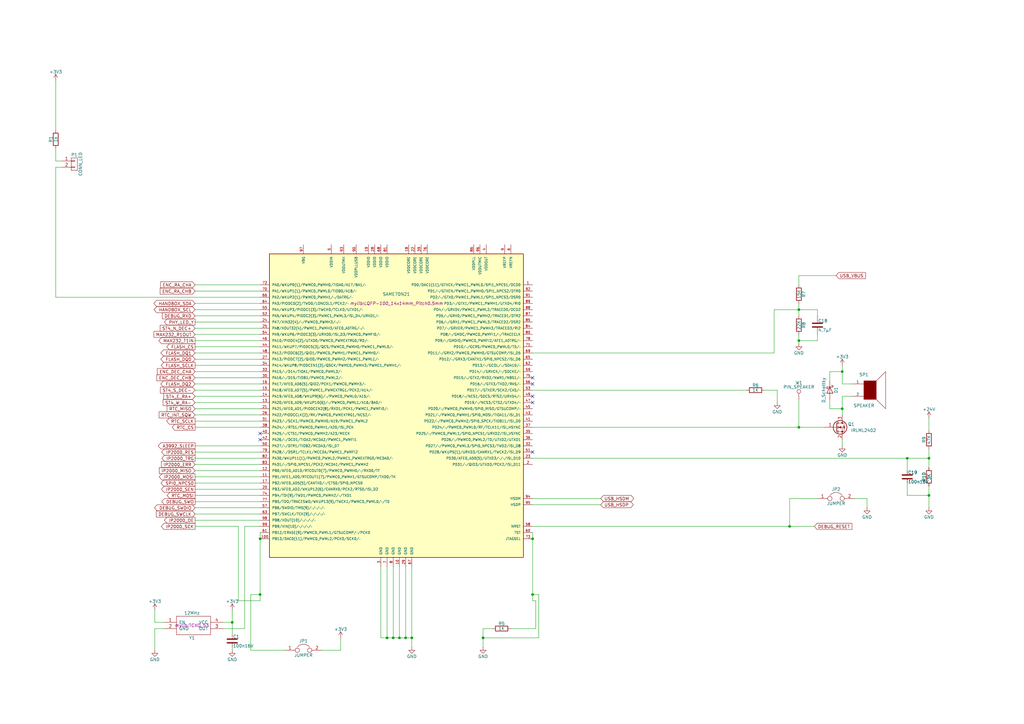
<source format=kicad_sch>
(kicad_sch (version 20231120) (generator "eeschema") (generator_version "8.0")
  (paper "A3")
  (lib_symbols
    (symbol "ATSAME70:+3.3V" (power) (pin_numbers hide) (pin_names (offset 0) hide)
      (property "Value" "+3.3V" (at 0 3.556 0))
      (symbol "+3.3V_0_1"
        (polyline (pts (xy -0.762 1.27) (xy 0 2.54)))
        (polyline (pts (xy 0 0) (xy 0 2.54)))
        (polyline (pts (xy 0 2.54) (xy 0.762 1.27)))
      )
      (symbol "+3.3V_1_1"
        (pin power_in line (at 0 0 90) (length 0) (name "~") (number "1"))
      )
    )
    (symbol "ATSAME70:C" (pin_numbers hide) (pin_names (offset 0.254))
      (property "Reference" "C" (at 0.635 2.54 0))
      (property "Value" "C" (at 0.635 -2.54 0))
      (symbol "C_0_1"
        (polyline (pts (xy -2.032 -0.762) (xy 2.032 -0.762)) (stroke (width 0.508)))
        (polyline (pts (xy -2.032 0.762) (xy 2.032 0.762)) (stroke (width 0.508)))
      )
      (symbol "C_1_1"
        (pin passive line (at 0 3.81 270) (length 2.794) (name "~") (number "1"))
        (pin passive line (at 0 -3.81 90) (length 2.794) (name "~") (number "2"))
      )
    )
    (symbol "ATSAME70:C_100n_16V_0402" (pin_numbers hide) (pin_names (offset 0.254))
      (property "Reference" "C" (at 0.635 2.54 0))
      (property "Value" "100n16V" (at 0.635 -2.54 0))
      (symbol "C_100n_16V_0402_0_1"
        (polyline (pts (xy -2.032 -0.762) (xy 2.032 -0.762)) (stroke (width 0.508)))
        (polyline (pts (xy -2.032 0.762) (xy 2.032 0.762)) (stroke (width 0.508)))
      )
      (symbol "C_100n_16V_0402_1_1"
        (pin passive line (at 0 2.54 270) (length 1.651) (name "~") (number "1"))
        (pin passive line (at 0 -2.54 90) (length 1.651) (name "~") (number "2"))
      )
    )
    (symbol "ATSAME70:GND" (power) (pin_numbers hide) (pin_names (offset 0) hide)
      (property "Value" "GND" (at 0 -3.81 0))
      (symbol "GND_0_1"
        (polyline (pts (xy 0 0) (xy 0 -1.27) (xy 1.27 -1.27) (xy 0 -2.54) (xy -1.27 -1.27) (xy 0 -1.27)))
      )
      (symbol "GND_1_1"
        (pin power_in line (at 0 0 270) (length 0) (name "~") (number "1"))
      )
    )
    (symbol "ATSAME70:JUMPER" (pin_names (offset 0.762) hide)
      (property "Reference" "JP" (at 0 3.81 0))
      (property "Value" "JUMPER" (at 0 -2.032 0))
      (symbol "JUMPER_0_1"
        (circle (center -2.54 0) (radius 0.889))
        (arc (start 2.5146 1.27) (mid 0.0078 2.5097) (end -2.4892 1.27))
        (circle (center 2.54 0) (radius 0.889))
        (pin passive line (at -7.62 0 0) (length 4.191) (name "1") (number "1"))
        (pin passive line (at 7.62 0 180) (length 4.191) (name "2") (number "2"))
      )
    )
    (symbol "ATSAME70:OSC_XO91" (pin_names (offset 1.016))
      (property "Reference" "Y" (at 0 -5.08 0))
      (property "Value" "OSC_XO91" (at 0 5.08 0))
      (symbol "OSC_XO91_0_1"
        (rectangle (start -6.35 3.81) (end 7.62 -3.81))
      )
      (symbol "OSC_XO91_1_1"
        (pin input line (at -11.43 1.27 0) (length 5.08) (name "EN") (number "1"))
        (pin power_in line (at -11.43 -1.27 0) (length 5.08) (name "GND") (number "2"))
        (pin input line (at 12.7 -1.27 180) (length 5.08) (name "OUT") (number "3"))
        (pin power_in line (at 12.7 1.27 180) (length 5.08) (name "VCC") (number "4"))
      )
    )
    (symbol "ATSAME70:TEST_1P" (pin_numbers hide) (pin_names (offset 0.762) hide)
      (property "Reference" "W" (at 0 6.858 0))
      (property "Value" "TEST_1P" (at 0 5.08 0))
      (symbol "TEST_1P_0_1"
        (circle (center 0 3.302) (radius 0.762))
      )
      (symbol "TEST_1P_1_1"
        (pin passive line (at 0 0 90) (length 2.54) (name "1") (number "1"))
      )
    )
    (symbol "R_1" (pin_numbers hide) (pin_names (offset 0))
      (property "Reference" "R" (at 2.032 0 90))
      (property "Value" "100k" (at 0 0 90))
      (symbol "R_1_0_1"
        (rectangle (start -1.016 -2.54) (end 1.016 2.54) (stroke (width 0.254)))
      )
      (symbol "R_1_1_1"
        (pin passive line (at 0 3.81 270) (length 1.27) (name "~") (number "1"))
        (pin passive line (at 0 -3.81 90) (length 1.27) (name "~") (number "2"))
      )
    )
    (symbol "R_2" (pin_numbers hide) (pin_names (offset 0))
      (property "Reference" "R" (at 2.032 0 90))
      (property "Value" "100k" (at 0 0 90))
      (symbol "R_2_0_1"
        (rectangle (start -1.016 -2.54) (end 1.016 2.54) (stroke (width 0.254)))
      )
      (symbol "R_2_1_1"
        (pin passive line (at 0 3.81 270) (length 1.27) (name "~") (number "1"))
        (pin passive line (at 0 -3.81 90) (length 1.27) (name "~") (number "2"))
      )
    )
    (symbol "R_4" (pin_numbers hide) (pin_names (offset 0))
      (property "Reference" "R" (at 2.032 0 90))
      (property "Value" "100k" (at 0 0 90))
      (symbol "R_4_0_1"
        (rectangle (start -1.016 -2.54) (end 1.016 2.54) (stroke (width 0.254)))
      )
      (symbol "R_4_1_1"
        (pin passive line (at 0 3.81 270) (length 1.27) (name "~") (number "1"))
        (pin passive line (at 0 -3.81 90) (length 1.27) (name "~") (number "2"))
      )
    )
    (symbol "R_5" (pin_numbers hide) (pin_names (offset 0))
      (property "Reference" "R" (at 2.032 0 90))
      (property "Value" "100k" (at 0 0 90))
      (symbol "R_5_0_1"
        (rectangle (start -1.016 -2.54) (end 1.016 2.54) (stroke (width 0.254)))
      )
      (symbol "R_5_1_1"
        (pin passive line (at 0 3.81 270) (length 1.27) (name "~") (number "1"))
        (pin passive line (at 0 -3.81 90) (length 1.27) (name "~") (number "2"))
      )
    )
    (symbol "R_6" (pin_numbers hide) (pin_names (offset 0))
      (property "Reference" "R" (at 2.032 0 90))
      (property "Value" "100k" (at 0 0 90))
      (symbol "R_6_0_1"
        (rectangle (start -1.016 -2.54) (end 1.016 2.54) (stroke (width 0.254)))
      )
      (symbol "R_6_1_1"
        (pin passive line (at 0 3.81 270) (length 1.27) (name "~") (number "1"))
        (pin passive line (at 0 -3.81 90) (length 1.27) (name "~") (number "2"))
      )
    )
    (symbol "R_7" (pin_numbers hide) (pin_names (offset 0))
      (property "Reference" "R" (at 2.032 0 90))
      (property "Value" "100k" (at 0 0 90))
      (symbol "R_7_0_1"
        (rectangle (start -1.016 -2.54) (end 1.016 2.54) (stroke (width 0.254)))
      )
      (symbol "R_7_1_1"
        (pin passive line (at 0 3.81 270) (length 1.27) (name "~") (number "1"))
        (pin passive line (at 0 -3.81 90) (length 1.27) (name "~") (number "2"))
      )
    )
    (symbol "R_9" (pin_numbers hide) (pin_names (offset 0))
      (property "Reference" "R" (at 2.032 0 90))
      (property "Value" "100k" (at 0 0 90))
      (symbol "R_9_0_1"
        (rectangle (start -1.016 -2.54) (end 1.016 2.54) (stroke (width 0.254)))
      )
      (symbol "R_9_1_1"
        (pin passive line (at 0 3.81 270) (length 1.27) (name "~") (number "1"))
        (pin passive line (at 0 -3.81 90) (length 1.27) (name "~") (number "2"))
      )
    )
    (symbol "TEST4-rescue:+24V" (power) (pin_names (offset 0))
      (property "Value" "+24V" (at 0 3.556 0))
      (symbol "+24V_0_1"
        (polyline (pts (xy -0.762 1.27) (xy 0 2.54)))
        (polyline (pts (xy 0 0) (xy 0 2.54)))
        (polyline (pts (xy 0 2.54) (xy 0.762 1.27)))
      )
      (symbol "+24V_1_1"
        (pin power_in line (at 0 0 90) (length 0) hide (name "+24V") (number "1"))
      )
    )
    (symbol "TEST4-rescue:CONN_01X02" (pin_names (offset 1.016) hide)
      (property "Reference" "P" (at 0 3.81 0))
      (property "Value" "CONN_01X02" (at 2.54 0 90))
      (symbol "CONN_01X02_0_1"
        (rectangle (start -1.27 -1.143) (end 0.254 -1.397))
        (rectangle (start -1.27 1.397) (end 0.254 1.143))
        (rectangle (start -1.27 2.54) (end 1.27 -2.54))
      )
      (symbol "CONN_01X02_1_1"
        (pin passive line (at -5.08 1.27 0) (length 3.81) (name "P1") (number "1"))
        (pin passive line (at -5.08 -1.27 0) (length 3.81) (name "P2") (number "2"))
      )
    )
    (symbol "TEST4-rescue:D_Schottky" (pin_numbers hide) (pin_names (offset 1.016) hide)
      (property "Reference" "D" (at 0 2.54 0))
      (property "Value" "D_Schottky" (at 0 -2.54 0))
      (symbol "D_Schottky_0_1"
        (polyline (pts (xy 1.27 0) (xy -1.27 0)))
        (polyline (pts (xy 1.27 1.27) (xy 1.27 -1.27) (xy -1.27 0) (xy 1.27 1.27)) (stroke (width 0.2032)))
        (polyline (pts (xy -1.905 0.635) (xy -1.905 1.27) (xy -1.27 1.27) (xy -1.27 -1.27) (xy -0.635 -1.27) (xy -0.635 -0.635)) (stroke (width 0.2032)))
      )
      (symbol "D_Schottky_1_1"
        (pin passive line (at -3.81 0 0) (length 2.54) (name "K") (number "1"))
        (pin passive line (at 3.81 0 180) (length 2.54) (name "A") (number "2"))
      )
    )
    (symbol "TEST4-rescue:Q_NMOS_GSD" (pin_names (offset 0) hide)
      (property "Reference" "Q" (at 5.08 1.27 0))
      (property "Value" "Q_NMOS_GSD" (at 5.08 -1.27 0))
      (symbol "Q_NMOS_GSD_0_1"
        (polyline (pts (xy 0.762 -1.778) (xy 2.54 -1.778)))
        (polyline (pts (xy 0.762 -1.27) (xy 0.762 -2.286)) (stroke (width 0.254)))
        (polyline (pts (xy 0.762 0) (xy 2.54 0)))
        (polyline (pts (xy 0.762 0.508) (xy 0.762 -0.508)) (stroke (width 0.254)))
        (polyline (pts (xy 0.762 1.778) (xy 2.54 1.778)))
        (polyline (pts (xy 0.762 2.286) (xy 0.762 1.27)) (stroke (width 0.254)))
        (polyline (pts (xy 2.54 -1.778) (xy 2.54 -2.54)))
        (polyline (pts (xy 2.54 -1.778) (xy 2.54 0)))
        (polyline (pts (xy 2.54 2.54) (xy 2.54 1.778)))
        (polyline (pts (xy 0.254 1.905) (xy 0.254 -1.905) (xy 0.254 -1.905)) (stroke (width 0.254)))
        (polyline (pts (xy 1.016 0) (xy 2.032 0.381) (xy 2.032 -0.381) (xy 1.016 0)) (fill (type outline)))
        (polyline (pts (xy 2.54 -1.778) (xy 3.302 -1.778) (xy 3.302 1.778) (xy 2.54 1.778)))
        (polyline (pts (xy 2.794 0.508) (xy 2.921 0.381) (xy 3.683 0.381) (xy 3.81 0.254)))
        (polyline (pts (xy 3.302 0.381) (xy 2.921 -0.254) (xy 3.683 -0.254) (xy 3.302 0.381)))
        (circle (center 1.651 0) (radius 2.8194) (stroke (width 0.254)))
        (circle (center 2.54 -1.778) (radius 0.2794) (fill (type outline)))
        (circle (center 2.54 1.778) (radius 0.2794) (fill (type outline)))
      )
      (symbol "Q_NMOS_GSD_1_1"
        (pin input line (at -5.08 0 0) (length 5.334) (name "G") (number "1"))
        (pin passive line (at 2.54 -5.08 90) (length 2.54) (name "S") (number "2"))
        (pin passive line (at 2.54 5.08 270) (length 2.54) (name "D") (number "3"))
      )
    )
    (symbol "TEST4-rescue:SAME70N21" (pin_names (offset 1.016))
      (property "Reference" "U" (at 0 69.85 0))
      (property "Value" "SAME70N21" (at -44.45 59.69 0))
      (property "Footprint" "LQFP100" (at -45.72 55.88 0))
      (symbol "SAME70N21_0_1"
        (rectangle (start -52.07 62.23) (end 52.07 -62.23) (stroke (width 0.254)) (fill (type background)))
      )
      (symbol "SAME70N21_1_1"
        (pin bidirectional line (at 55.88 49.53 180) (length 3.81) (name "PD0/DAC1(11)/GTXCK/PWMC1_PWML0/SPI1_NPCS1/DCD0") (number "1"))
        (pin power_in line (at 1.27 -66.04 90) (length 3.81) (name "GND") (number "10"))
        (pin bidirectional line (at -55.88 -54.61 0) (length 3.81) (name "PB13/DAC0(11)/PWMC0_PWML2/PCK0/SCK0/–") (number "100"))
        (pin bidirectional line (at -55.88 -29.21 0) (length 3.81) (name "PB1/AFE1_AD0/RTCOUT1(7)/PWMC0_PWMH1/GTSUCOMP/TXD0/TK") (number "11"))
        (pin bidirectional line (at -55.88 -26.67 0) (length 3.81) (name "PB0/AFE0_AD10/RTCOUT0(7)/PWMC0_PWMH0/–/RXD0/TF") (number "12"))
        (pin bidirectional line (at -55.88 1.27 0) (length 3.81) (name "PA20/AFE0_AD9/WKUP10(6)/–/PWMC0_PWML1/A16/BA0/–") (number "13"))
        (pin bidirectional line (at -55.88 3.81 0) (length 3.81) (name "PA19/AFE0_AD8/WKUP9(6)/–/PWMC0_PWML0/A15/–") (number "14"))
        (pin bidirectional line (at -55.88 6.35 0) (length 3.81) (name "PA18/AFE0_AD7(5)/PWMC1_PWMEXTRG1/PCK2/A14/–") (number "15"))
        (pin bidirectional line (at -55.88 8.89 0) (length 3.81) (name "PA17/AFE0_AD6(5)/QIO2/PCK1/PWMC0_PWMH3/–") (number "16"))
        (pin bidirectional line (at -55.88 -31.75 0) (length 3.81) (name "PB2/AFE0_AD5(5)/CANTX0/–/CTS0/SPI0_NPCS0") (number "17"))
        (pin power_in line (at 5.08 66.04 270) (length 3.81) (name "VDDCORE") (number "18"))
        (pin power_in line (at -11.43 66.04 270) (length 3.81) (name "VDDIO") (number "19"))
        (pin bidirectional line (at 55.88 -24.13 180) (length 3.81) (name "PD31/–/QIO3/UTXD3/PCK2/ISI_D11") (number "2"))
        (pin bidirectional line (at -55.88 -34.29 0) (length 3.81) (name "PB3/AFE0_AD2/WKUP12(6)/CANRX0/PCK2/RTS0/ISI_D2") (number "20"))
        (pin bidirectional line (at -55.88 -1.27 0) (length 3.81) (name "PA21/AFE0_AD1/PIODCEN2(8)/RXD1/PCK1/PWMC1_PWMFI0/–") (number "21"))
        (pin power_in line (at 7.62 66.04 270) (length 3.81) (name "VDDCORE") (number "22"))
        (pin bidirectional line (at 55.88 -21.59 180) (length 3.81) (name "PD30/AFE0_AD0(5)/UTXD3/–/–/ISI_D10") (number "23"))
        (pin bidirectional line (at -55.88 34.29 0) (length 3.81) (name "PA7/XIN32(4)/–/PWMC0_PWMH3/–/–") (number "24"))
        (pin bidirectional line (at -55.88 31.75 0) (length 3.81) (name "PA8/XOUT32(4)/PWMC1_PWMH3/AFE0_ADTRG/–/–") (number "25"))
        (pin bidirectional line (at -55.88 -3.81 0) (length 3.81) (name "PA22/PIODCCLK(2)/RK/PWMC0_PWMEXTRG1/NCS2/–") (number "26"))
        (pin bidirectional line (at -55.88 19.05 0) (length 3.81) (name "PA13/PIODC7(2)/QIO0/PWMC0_PWMH2/PWMC1_PWML1/–") (number "27"))
        (pin power_in line (at -8.89 66.04 270) (length 3.81) (name "VDDIO") (number "28"))
        (pin power_in line (at 3.81 -66.04 90) (length 3.81) (name "GND") (number "29"))
        (pin passive line (at -6.35 -66.04 90) (length 3.81) (name "GND") (number "3"))
        (pin bidirectional line (at -55.88 11.43 0) (length 3.81) (name "PA16/–/D15/TIOB1/PWMC0_PWML2/–") (number "30"))
        (pin bidirectional line (at -55.88 -6.35 0) (length 3.81) (name "PA23/–/SCK1/PWMC0_PWMH0/A19/PWMC1_PWML2") (number "31"))
        (pin bidirectional line (at 55.88 -16.51 180) (length 3.81) (name "PD27/–/PWMC0_PWML3/SPI0_NPCS3/TWD2/ISI_D8") (number "32"))
        (pin bidirectional line (at -55.88 13.97 0) (length 3.81) (name "PA15/–/D14/TIOA1/PWMC0_PWML3/–") (number "33"))
        (pin bidirectional line (at -55.88 16.51 0) (length 3.81) (name "PA14/WKUP8/PIODCEN1(3)/QSCK/PWMC0_PWMH3/PWMC1_PWMH1/–") (number "34"))
        (pin bidirectional line (at 55.88 -11.43 180) (length 3.81) (name "PD25/–/PWMC0_PWML1/SPI0_NPCS1/URXD2/ISI_VSYNC") (number "35"))
        (pin bidirectional line (at 55.88 -13.97 180) (length 3.81) (name "PD26/–/PWMC0_PWML2/TD/UTXD2/UTXD1") (number "36"))
        (pin bidirectional line (at 55.88 -8.89 180) (length 3.81) (name "PD24/–/PWMC0_PWML0/RF/TCLK11/ISI_HSYNC") (number "37"))
        (pin bidirectional line (at -55.88 -8.89 0) (length 3.81) (name "PA24/–/RTS1/PWMC0_PWMH1/A20/ISI_PCK") (number "38"))
        (pin power_in line (at 10.16 66.04 270) (length 3.81) (name "VDDCORE") (number "39"))
        (pin power_out line (at 36.83 66.04 270) (length 3.81) (name "VDDOUT") (number "4"))
        (pin bidirectional line (at -55.88 -11.43 0) (length 3.81) (name "PA25/–/CTS1/PWMC0_PWMH2/A23/MCCK") (number "40"))
        (pin bidirectional line (at 55.88 -6.35 180) (length 3.81) (name "PD22/–/PWMC0_PWMH2/SPI0_SPCK/TIOB11/ISI_D0") (number "41"))
        (pin bidirectional line (at -55.88 -13.97 0) (length 3.81) (name "PA26/–/DCD1/TIOA2/MCDA2/PWMC1_PWMFI1") (number "42"))
        (pin bidirectional line (at 55.88 -3.81 180) (length 3.81) (name "PD21/–/PWMC0_PWMH1/SPI0_MOSI/TIOA11/ISI_D1") (number "43"))
        (pin bidirectional line (at -55.88 24.13 0) (length 3.81) (name "PA11/WKUP7/PIODC5(3)/QCS/PWMC0_PWMH0/PWMC1_PWML0/–") (number "44"))
        (pin bidirectional line (at 55.88 -1.27 180) (length 3.81) (name "PD20/–/PWMC0_PWMH0/SPI0_MISO/GTSUCOMP/–") (number "45"))
        (pin bidirectional line (at -55.88 26.67 0) (length 3.81) (name "PA10/PIODC4(2)/UTXD0/PWMC0_PWMEXTRG0/RD/–") (number "46"))
        (pin bidirectional line (at 55.88 1.27 180) (length 3.81) (name "PD19/–/NCS3/CTS2/UTXD4/–") (number "47"))
        (pin bidirectional line (at -55.88 21.59 0) (length 3.81) (name "PA12/PIODC6(2)/QIO1/PWMC0_PWMH1/PWMC1_PWMH0/–") (number "48"))
        (pin bidirectional line (at 55.88 3.81 180) (length 3.81) (name "PD18/–/NCS1/SDCS/RTS2/URXD4/–") (number "49"))
        (pin power_in line (at -26.67 66.04 270) (length 3.81) (name "VDDIN") (number "5"))
        (pin bidirectional line (at -55.88 -16.51 0) (length 3.81) (name "PA27/–/DTR1/TIOB2/MCDA3/ISI_D7") (number "50"))
        (pin bidirectional line (at 55.88 -19.05 180) (length 3.81) (name "PD28/WKUP5(1)/URXD3/CANRX1/TWCK2/ISI_D9") (number "51"))
        (pin bidirectional line (at -55.88 36.83 0) (length 3.81) (name "PA5/WKUP4/PIODC2(3)/PWMC1_PWML3/ISI_D4/URXD1/–") (number "52"))
        (pin bidirectional line (at 55.88 6.35 180) (length 3.81) (name "PD17/–/GTXER/SCK2/CAS/–") (number "53"))
        (pin bidirectional line (at -55.88 29.21 0) (length 3.81) (name "PA9/WKUP6/PIODC3(3)/URXD0/ISI_D3/PWMC0_PWMFI0/–") (number "54"))
        (pin bidirectional line (at -55.88 39.37 0) (length 3.81) (name "PA4/WKUP3/PIODC1(3)/TWCK0/TCLK0/UTXD1/–") (number "55"))
        (pin bidirectional line (at 55.88 8.89 180) (length 3.81) (name "PD16/–/GTX3/TXD2/RAS/–") (number "56"))
        (pin bidirectional line (at -55.88 -41.91 0) (length 3.81) (name "PB6/SWDIO/TMS(9)/–/–/–/–") (number "57"))
        (pin power_in line (at 55.88 -49.53 180) (length 3.81) (name "NRST") (number "58"))
        (pin bidirectional line (at 55.88 13.97 180) (length 3.81) (name "PD14/–/GRXCK/–/SDCKE/–") (number "59"))
        (pin power_in line (at 46.99 66.04 270) (length 3.81) (name "VREFN") (number "6"))
        (pin power_in line (at 55.88 -52.07 180) (length 3.81) (name "TST") (number "60"))
        (pin bidirectional line (at -55.88 -52.07 0) (length 3.81) (name "PB12/ERASE(9)/PWMC0_PWML1/GTSUCOMP/–/PCK0") (number "61"))
        (pin bidirectional line (at 55.88 16.51 180) (length 3.81) (name "PD13/–/GCOL/–/SDA10/–") (number "62"))
        (pin bidirectional line (at -55.88 -44.45 0) (length 3.81) (name "PB7/SWCLK/TCK(9)/–/–/–/–") (number "63"))
        (pin bidirectional line (at -55.88 41.91 0) (length 3.81) (name "PA3/PIODC0(2)/TWD0/LONCOL1/PCK2/–") (number "64"))
        (pin bidirectional line (at 55.88 19.05 180) (length 3.81) (name "PD12/–/GRX3/CANTX1/SPI0_NPCS2/ISI_D6") (number "65"))
        (pin bidirectional line (at -55.88 44.45 0) (length 3.81) (name "PA2/WKUP2(1)/PWMC0_PWMH1/–/DATRG/–") (number "66"))
        (pin power_in line (at 6.35 -66.04 90) (length 3.81) (name "GND") (number "67"))
        (pin power_in line (at -6.35 66.04 270) (length 3.81) (name "VDDIO") (number "68"))
        (pin bidirectional line (at 55.88 21.59 180) (length 3.81) (name "PD11/–/GRX2/PWMC0_PWMH0/GTSUCOMP/ISI_D5") (number "69"))
        (pin passive line (at -3.81 -66.04 90) (length 3.81) (name "GND") (number "7"))
        (pin bidirectional line (at -55.88 46.99 0) (length 3.81) (name "PA1/WKUP1(1)/PWMC0_PWML0/TIOB0/A18/–") (number "70"))
        (pin bidirectional line (at 55.88 24.13 180) (length 3.81) (name "PD10/–/GCRS/PWMC0_PWML0/TD/–") (number "71"))
        (pin bidirectional line (at -55.88 49.53 0) (length 3.81) (name "PA0/WKUP0(1)/PWMC0_PWMH0/TIOA0/A17/BA1/–") (number "72"))
        (pin passive line (at 55.88 -54.61 180) (length 3.81) (name "JTAGSEL") (number "73"))
        (pin bidirectional line (at -55.88 -36.83 0) (length 3.81) (name "PB4/TDI(9)/TWD1/PWMC0_PWMH2/–/TXD1") (number "74"))
        (pin bidirectional line (at 55.88 11.43 180) (length 3.81) (name "PD15/–/GTX2/RXD2/NWR1/NBS1/–") (number "75"))
        (pin power_in line (at 12.7 66.04 270) (length 3.81) (name "VDDCORE") (number "76"))
        (pin bidirectional line (at -55.88 -39.37 0) (length 3.81) (name "PB5/TDO/TRACESWO/WKUP13(9)/TWCK1/PWMC0_PWML0/–/TD") (number "77"))
        (pin bidirectional line (at 55.88 26.67 180) (length 3.81) (name "PD9/–/GMDIO/PWMC0_PWMFI2/AFE1_ADTRG/–") (number "78"))
        (pin bidirectional line (at -55.88 -19.05 0) (length 3.81) (name "PA28/–/DSR1/TCLK1/MCCDA/PWMC1_PWMFI2") (number "79"))
        (pin power_in line (at -1.27 -66.04 90) (length 3.81) (name "GND") (number "8"))
        (pin bidirectional line (at 55.88 29.21 180) (length 3.81) (name "PD8/–/GMDC/PWMC0_PWMFI1/–/TRACECLK") (number "80"))
        (pin power_in line (at -3.81 66.04 270) (length 3.81) (name "VDDIO") (number "81"))
        (pin bidirectional line (at -55.88 -21.59 0) (length 3.81) (name "PA30/WKUP11(1)/PWMC0_PWML2/PWMC1_PWMEXTRG0/MCDA0/–") (number "82"))
        (pin bidirectional line (at -55.88 -24.13 0) (length 3.81) (name "PA31/–/SPI0_NPCS1/PCK2/MCDA1/PWMC1_PWMH2") (number "83"))
        (pin bidirectional line (at 55.88 31.75 180) (length 3.81) (name "PD7/–/GRXER/PWMC1_PWMH3/TRACED3/RI2") (number "84"))
        (pin bidirectional line (at 55.88 34.29 180) (length 3.81) (name "PD6/–/GRX1/PWMC1_PWML3/TRACED2/DSR2") (number "85"))
        (pin power_in line (at 31.75 66.04 270) (length 3.81) (name "VDDPLL") (number "86"))
        (pin bidirectional line (at 55.88 36.83 180) (length 3.81) (name "PD5/–/GRX0/PWMC1_PWMH2/TRACED1/DTR2") (number "87"))
        (pin bidirectional line (at 55.88 39.37 180) (length 3.81) (name "PD4/–/GRXDV/PWMC1_PWML2/TRACED0/DCD2") (number "88"))
        (pin bidirectional line (at 55.88 41.91 180) (length 3.81) (name "PD3/–/GTX1/PWMC1_PWMH1/UTXD4/RI0") (number "89"))
        (pin power_in line (at 44.45 66.04 270) (length 3.81) (name "VREFP") (number "9"))
        (pin power_in line (at -16.51 66.04 270) (length 3.81) (name "VDDPLLUSB") (number "90"))
        (pin bidirectional line (at 55.88 44.45 180) (length 3.81) (name "PD2/–/GTX0/PWMC1_PWML1/SPI1_NPCS3/DSR0") (number "91"))
        (pin bidirectional line (at 55.88 46.99 180) (length 3.81) (name "PD1/–/GTXEN/PWMC1_PWMH0/SPI1_NPCS2/DTR0") (number "92"))
        (pin passive line (at -21.59 66.04 270) (length 3.81) (name "VDDUTMII") (number "93"))
        (pin passive line (at 55.88 -38.1 180) (length 3.81) (name "HSDM") (number "94"))
        (pin passive line (at 55.88 -40.64 180) (length 3.81) (name "HSDP") (number "95"))
        (pin power_in line (at 34.29 66.04 270) (length 3.81) (name "VDDUTMIC") (number "96"))
        (pin power_out line (at -38.1 66.04 270) (length 3.81) (name "VBG") (number "97"))
        (pin bidirectional line (at -55.88 -46.99 0) (length 3.81) (name "PB8/XOUT(10)/–/–/–/–") (number "98"))
        (pin bidirectional line (at -55.88 -49.53 0) (length 3.81) (name "PB9/XIN(10)/–/–/–/–") (number "99"))
      )
    )
    (symbol "TEST4-rescue:SPEAKER" (pin_numbers hide) (pin_names (offset 0))
      (property "Reference" "SP" (at -2.54 6.35 0))
      (property "Value" "SPEAKER" (at -2.54 -6.35 0))
      (symbol "SPEAKER_0_0"
        (polyline (pts (xy 2.54 3.81) (xy 6.35 7.62) (xy 6.35 -7.62) (xy 2.54 -3.81)))
        (polyline (pts (xy -2.54 3.81) (xy 2.54 3.81) (xy 2.54 -3.81) (xy -2.54 -3.81) (xy -2.54 3.81)) (fill (type outline)))
      )
      (symbol "SPEAKER_1_1"
        (pin input line (at -7.62 2.54 0) (length 5.08) (name "1") (number "1"))
        (pin input line (at -7.62 -2.54 0) (length 5.08) (name "2") (number "2"))
      )
    )
  )
  (junction (at 327.66 175.26))
  (junction (at 168.91 261.62))
  (junction (at 106.68 243.84))
  (junction (at 327.66 139.7))
  (junction (at 323.85 215.9))
  (junction (at 345.44 167.64))
  (junction (at 381 203.2))
  (junction (at 327.66 127))
  (junction (at 161.29 261.62))
  (junction (at 372.11 187.96))
  (junction (at 166.37 261.62))
  (junction (at 345.44 152.4))
  (junction (at 218.44 220.98))
  (junction (at 95.25 255.27))
  (junction (at 381 187.96))
  (junction (at 158.75 261.62))
  (junction (at 106.68 220.98))
  (junction (at 218.44 243.84))
  (junction (at 163.83 261.62))
  (junction (at 198.12 261.62))
  (no_connect (at 218.44 185.42))
  (no_connect (at 106.68 177.8))
  (no_connect (at 218.44 165.1))
  (no_connect (at 106.68 180.34))
  (no_connect (at 218.44 162.56))
  (no_connect (at 218.44 157.48))
  (no_connect (at 218.44 154.94))
  (wire (pts (xy 372.11 198.12) (xy 372.11 203.2)))
  (wire (pts (xy 67.31 257.81) (xy 63.5 257.81)))
  (wire (pts (xy 102.87 266.7) (xy 116.84 266.7)))
  (wire (pts (xy 100.33 215.9) (xy 106.68 215.9)))
  (wire (pts (xy 335.28 204.47) (xy 323.85 204.47)))
  (wire (pts (xy 335.28 137.16) (xy 335.28 139.7)))
  (wire (pts (xy 323.85 204.47) (xy 323.85 215.9)))
  (wire (pts (xy 219.71 257.81) (xy 209.55 257.81)))
  (wire (pts (xy 91.44 257.81) (xy 100.33 257.81)))
  (wire (pts (xy 381 171.45) (xy 381 176.53)))
  (wire (pts (xy 218.44 160.02) (xy 306.07 160.02)))
  (wire (pts (xy 63.5 255.27) (xy 67.31 255.27)))
  (wire (pts (xy 327.66 139.7) (xy 335.28 139.7)))
  (wire (pts (xy 163.83 261.62) (xy 166.37 261.62)))
  (wire (pts (xy 161.29 261.62) (xy 163.83 261.62)))
  (wire (pts (xy 345.44 152.4) (xy 345.44 157.48)))
  (wire (pts (xy 22.86 60.96) (xy 22.86 66.04)))
  (wire (pts (xy 106.68 137.16) (xy 80.01 137.16)))
  (wire (pts (xy 166.37 232.41) (xy 166.37 261.62)))
  (wire (pts (xy 198.12 257.81) (xy 201.93 257.81)))
  (wire (pts (xy 95.25 255.27) (xy 95.25 260.35)))
  (wire (pts (xy 106.68 154.94) (xy 80.01 154.94)))
  (wire (pts (xy 161.29 232.41) (xy 161.29 261.62)))
  (wire (pts (xy 80.01 198.12) (xy 106.68 198.12)))
  (wire (pts (xy 163.83 232.41) (xy 163.83 261.62)))
  (wire (pts (xy 345.44 162.56) (xy 345.44 167.64)))
  (wire (pts (xy 166.37 261.62) (xy 168.91 261.62)))
  (wire (pts (xy 313.69 160.02) (xy 318.77 160.02)))
  (wire (pts (xy 156.21 261.62) (xy 158.75 261.62)))
  (wire (pts (xy 340.36 163.83) (xy 340.36 167.64)))
  (wire (pts (xy 97.79 246.38) (xy 106.68 246.38)))
  (wire (pts (xy 80.01 152.4) (xy 106.68 152.4)))
  (wire (pts (xy 80.01 182.88) (xy 106.68 182.88)))
  (wire (pts (xy 168.91 232.41) (xy 168.91 261.62)))
  (wire (pts (xy 350.52 204.47) (xy 355.6 204.47)))
  (wire (pts (xy 327.66 127) (xy 335.28 127)))
  (wire (pts (xy 327.66 124.46) (xy 327.66 127)))
  (wire (pts (xy 345.44 149.86) (xy 345.44 152.4)))
  (wire (pts (xy 106.68 127) (xy 80.01 127)))
  (wire (pts (xy 80.01 170.18) (xy 106.68 170.18)))
  (wire (pts (xy 102.87 243.84) (xy 102.87 266.7)))
  (wire (pts (xy 327.66 137.16) (xy 327.66 139.7)))
  (wire (pts (xy 100.33 257.81) (xy 100.33 215.9)))
  (wire (pts (xy 327.66 139.7) (xy 327.66 140.97)))
  (wire (pts (xy 80.01 210.82) (xy 106.68 210.82)))
  (wire (pts (xy 106.68 157.48) (xy 80.01 157.48)))
  (wire (pts (xy 218.44 204.47) (xy 246.38 204.47)))
  (wire (pts (xy 340.36 152.4) (xy 345.44 152.4)))
  (wire (pts (xy 106.68 187.96) (xy 80.01 187.96)))
  (wire (pts (xy 327.66 127) (xy 327.66 129.54)))
  (wire (pts (xy 218.44 187.96) (xy 372.11 187.96)))
  (wire (pts (xy 22.86 66.04) (xy 25.4 66.04)))
  (wire (pts (xy 97.79 215.9) (xy 97.79 246.38)))
  (wire (pts (xy 106.68 243.84) (xy 106.68 220.98)))
  (wire (pts (xy 340.36 156.21) (xy 340.36 152.4)))
  (wire (pts (xy 80.01 172.72) (xy 106.68 172.72)))
  (wire (pts (xy 106.68 193.04) (xy 80.01 193.04)))
  (wire (pts (xy 95.25 266.7) (xy 95.25 265.43)))
  (wire (pts (xy 349.25 162.56) (xy 345.44 162.56)))
  (wire (pts (xy 342.9 113.03) (xy 327.66 113.03)))
  (wire (pts (xy 381 184.15) (xy 381 187.96)))
  (wire (pts (xy 106.68 243.84) (xy 102.87 243.84)))
  (wire (pts (xy 63.5 250.19) (xy 63.5 255.27)))
  (wire (pts (xy 106.68 200.66) (xy 80.01 200.66)))
  (wire (pts (xy 80.01 162.56) (xy 106.68 162.56)))
  (wire (pts (xy 80.01 139.7) (xy 106.68 139.7)))
  (wire (pts (xy 80.01 205.74) (xy 106.68 205.74)))
  (wire (pts (xy 327.66 163.83) (xy 327.66 175.26)))
  (wire (pts (xy 80.01 203.2) (xy 106.68 203.2)))
  (wire (pts (xy 80.01 215.9) (xy 97.79 215.9)))
  (wire (pts (xy 372.11 203.2) (xy 381 203.2)))
  (wire (pts (xy 327.66 113.03) (xy 327.66 116.84)))
  (wire (pts (xy 106.68 147.32) (xy 80.01 147.32)))
  (wire (pts (xy 340.36 167.64) (xy 345.44 167.64)))
  (wire (pts (xy 345.44 157.48) (xy 349.25 157.48)))
  (wire (pts (xy 106.68 167.64) (xy 80.01 167.64)))
  (wire (pts (xy 323.85 215.9) (xy 334.01 215.9)))
  (wire (pts (xy 345.44 180.34) (xy 345.44 182.88)))
  (wire (pts (xy 218.44 246.38) (xy 219.71 246.38)))
  (wire (pts (xy 106.68 208.28) (xy 80.01 208.28)))
  (wire (pts (xy 318.77 160.02) (xy 318.77 165.1)))
  (wire (pts (xy 218.44 220.98) (xy 218.44 218.44)))
  (wire (pts (xy 327.66 175.26) (xy 337.82 175.26)))
  (wire (pts (xy 63.5 257.81) (xy 63.5 266.7)))
  (wire (pts (xy 218.44 175.26) (xy 327.66 175.26)))
  (wire (pts (xy 317.5 127) (xy 327.66 127)))
  (wire (pts (xy 106.68 144.78) (xy 80.01 144.78)))
  (wire (pts (xy 218.44 243.84) (xy 220.98 243.84)))
  (wire (pts (xy 106.68 132.08) (xy 80.01 132.08)))
  (wire (pts (xy 335.28 127) (xy 335.28 129.54)))
  (wire (pts (xy 106.68 246.38) (xy 106.68 243.84)))
  (wire (pts (xy 80.01 116.84) (xy 106.68 116.84)))
  (wire (pts (xy 106.68 149.86) (xy 80.01 149.86)))
  (wire (pts (xy 106.68 220.98) (xy 106.68 218.44)))
  (wire (pts (xy 218.44 246.38) (xy 218.44 243.84)))
  (wire (pts (xy 25.4 68.58) (xy 22.86 68.58)))
  (wire (pts (xy 381 199.39) (xy 381 203.2)))
  (wire (pts (xy 22.86 121.92) (xy 106.68 121.92)))
  (wire (pts (xy 317.5 127) (xy 317.5 144.78)))
  (wire (pts (xy 156.21 232.41) (xy 156.21 261.62)))
  (wire (pts (xy 168.91 261.62) (xy 168.91 265.43)))
  (wire (pts (xy 80.01 175.26) (xy 106.68 175.26)))
  (wire (pts (xy 219.71 246.38) (xy 219.71 257.81)))
  (wire (pts (xy 80.01 190.5) (xy 106.68 190.5)))
  (wire (pts (xy 139.7 266.7) (xy 139.7 261.62)))
  (wire (pts (xy 381 187.96) (xy 381 191.77)))
  (wire (pts (xy 218.44 243.84) (xy 218.44 220.98)))
  (wire (pts (xy 220.98 261.62) (xy 198.12 261.62)))
  (wire (pts (xy 246.38 207.01) (xy 218.44 207.01)))
  (wire (pts (xy 381 203.2) (xy 381 208.28)))
  (wire (pts (xy 80.01 142.24) (xy 106.68 142.24)))
  (wire (pts (xy 106.68 119.38) (xy 80.01 119.38)))
  (wire (pts (xy 106.68 185.42) (xy 80.01 185.42)))
  (wire (pts (xy 132.08 266.7) (xy 139.7 266.7)))
  (wire (pts (xy 198.12 257.81) (xy 198.12 261.62)))
  (wire (pts (xy 158.75 232.41) (xy 158.75 261.62)))
  (wire (pts (xy 22.86 33.02) (xy 22.86 53.34)))
  (wire (pts (xy 80.01 129.54) (xy 106.68 129.54)))
  (wire (pts (xy 80.01 134.62) (xy 106.68 134.62)))
  (wire (pts (xy 198.12 261.62) (xy 198.12 265.43)))
  (wire (pts (xy 372.11 187.96) (xy 372.11 193.04)))
  (wire (pts (xy 158.75 261.62) (xy 161.29 261.62)))
  (wire (pts (xy 372.11 187.96) (xy 381 187.96)))
  (wire (pts (xy 345.44 167.64) (xy 345.44 170.18)))
  (wire (pts (xy 80.01 213.36) (xy 106.68 213.36)))
  (wire (pts (xy 95.25 255.27) (xy 91.44 255.27)))
  (wire (pts (xy 218.44 215.9) (xy 323.85 215.9)))
  (wire (pts (xy 106.68 160.02) (xy 80.01 160.02)))
  (wire (pts (xy 95.25 250.19) (xy 95.25 255.27)))
  (wire (pts (xy 220.98 243.84) (xy 220.98 261.62)))
  (wire (pts (xy 355.6 204.47) (xy 355.6 208.28)))
  (wire (pts (xy 80.01 124.46) (xy 106.68 124.46)))
  (wire (pts (xy 106.68 165.1) (xy 80.01 165.1)))
  (wire (pts (xy 106.68 195.58) (xy 80.01 195.58)))
  (wire (pts (xy 22.86 68.58) (xy 22.86 121.92)))
  (wire (pts (xy 317.5 144.78) (xy 218.44 144.78)))
  (global_label "IP2000_MISO" (shape input) (at 80.01 193.04 180) (property "Intersheetrefs" "${INTERSHEET_REFS}" (effects (hide yes))))
  (global_label "MAX232_T1IN" (shape output) (at 80.01 139.7 180) (property "Intersheetrefs" "${INTERSHEET_REFS}" (effects (hide yes))))
  (global_label "MAX232_R1OUT" (shape input) (at 80.01 137.16 180) (property "Intersheetrefs" "${INTERSHEET_REFS}" (effects (hide yes))))
  (global_label "SPI0_NPCS0" (shape output) (at 80.01 198.12 180) (property "Intersheetrefs" "${INTERSHEET_REFS}" (effects (hide yes))))
  (global_label "HANDBOX_SCL" (shape bidirectional) (at 80.01 127 180) (property "Intersheetrefs" "${INTERSHEET_REFS}" (effects (hide yes))))
  (global_label "ENC_RA_CHB" (shape input) (at 80.01 119.38 180) (property "Intersheetrefs" "${INTERSHEET_REFS}" (effects (hide yes))))
  (global_label "FLASH_DQ1" (shape bidirectional) (at 80.01 144.78 180) (property "Intersheetrefs" "${INTERSHEET_REFS}" (effects (hide yes))))
  (global_label "FLASH_CS" (shape output) (at 80.01 142.24 180) (property "Intersheetrefs" "${INTERSHEET_REFS}" (effects (hide yes))))
  (global_label "DEBUG_RXD" (shape input) (at 80.01 129.54 180) (property "Intersheetrefs" "${INTERSHEET_REFS}" (effects (hide yes))))
  (global_label "IP2000_SCK" (shape output) (at 80.01 215.9 180) (property "Intersheetrefs" "${INTERSHEET_REFS}" (effects (hide yes))))
  (global_label "DEBUG_SWCLK" (shape input) (at 80.01 210.82 180) (property "Intersheetrefs" "${INTERSHEET_REFS}" (effects (hide yes))))
  (global_label "DEBUG_SWDIO" (shape bidirectional) (at 80.01 208.28 180) (property "Intersheetrefs" "${INTERSHEET_REFS}" (effects (hide yes))))
  (global_label "PHY_LED_Y" (shape output) (at 80.01 132.08 180) (property "Intersheetrefs" "${INTERSHEET_REFS}" (effects (hide yes))))
  (global_label "IP2000_ERR" (shape input) (at 80.01 190.5 180) (property "Intersheetrefs" "${INTERSHEET_REFS}" (effects (hide yes))))
  (global_label "ST4_E_RA+" (shape input) (at 80.01 162.56 180) (property "Intersheetrefs" "${INTERSHEET_REFS}" (effects (hide yes))))
  (global_label "RTC_INT_SQW" (shape input) (at 80.01 170.18 180) (property "Intersheetrefs" "${INTERSHEET_REFS}" (effects (hide yes))))
  (global_label "IP2000_SEN" (shape output) (at 80.01 200.66 180) (property "Intersheetrefs" "${INTERSHEET_REFS}" (effects (hide yes))))
  (global_label "RTC_CS" (shape output) (at 80.01 175.26 180) (property "Intersheetrefs" "${INTERSHEET_REFS}" (effects (hide yes))))
  (global_label "ST4_W_RA-" (shape input) (at 80.01 165.1 180) (property "Intersheetrefs" "${INTERSHEET_REFS}" (effects (hide yes))))
  (global_label "FLASH_DQ0" (shape bidirectional) (at 80.01 147.32 180) (property "Intersheetrefs" "${INTERSHEET_REFS}" (effects (hide yes))))
  (global_label "IP2000_MOSI" (shape output) (at 80.01 195.58 180) (property "Intersheetrefs" "${INTERSHEET_REFS}" (effects (hide yes))))
  (global_label "IP2000_TRG" (shape output) (at 80.01 187.96 180) (property "Intersheetrefs" "${INTERSHEET_REFS}" (effects (hide yes))))
  (global_label "FLASH_SCLK" (shape output) (at 80.01 149.86 180) (property "Intersheetrefs" "${INTERSHEET_REFS}" (effects (hide yes))))
  (global_label "USB_HSDP" (shape bidirectional) (at 246.38 207.01 0) (property "Intersheetrefs" "${INTERSHEET_REFS}" (effects (hide yes))))
  (global_label "IP2000_OE" (shape output) (at 80.01 213.36 180) (property "Intersheetrefs" "${INTERSHEET_REFS}" (effects (hide yes))))
  (global_label "USB_VBUS" (shape input) (at 342.9 113.03 0) (property "Intersheetrefs" "${INTERSHEET_REFS}" (effects (hide yes))))
  (global_label "ENC_RA_CHA" (shape input) (at 80.01 116.84 180) (property "Intersheetrefs" "${INTERSHEET_REFS}" (effects (hide yes))))
  (global_label "USB_HSDM" (shape bidirectional) (at 246.38 204.47 0) (property "Intersheetrefs" "${INTERSHEET_REFS}" (effects (hide yes))))
  (global_label "RTC_MISO" (shape input) (at 80.01 167.64 180) (property "Intersheetrefs" "${INTERSHEET_REFS}" (effects (hide yes))))
  (global_label "ST4_N_DEC+" (shape input) (at 80.01 134.62 180) (property "Intersheetrefs" "${INTERSHEET_REFS}" (effects (hide yes))))
  (global_label "DEBUG_SWO" (shape output) (at 80.01 205.74 180) (property "Intersheetrefs" "${INTERSHEET_REFS}" (effects (hide yes))))
  (global_label "ST4_S_DEC-" (shape input) (at 80.01 160.02 180) (property "Intersheetrefs" "${INTERSHEET_REFS}" (effects (hide yes))))
  (global_label "ENC_DEC_CHB" (shape input) (at 80.01 154.94 180) (property "Intersheetrefs" "${INTERSHEET_REFS}" (effects (hide yes))))
  (global_label "HANDBOX_SDA" (shape bidirectional) (at 80.01 124.46 180) (property "Intersheetrefs" "${INTERSHEET_REFS}" (effects (hide yes))))
  (global_label "RTC_SCLK" (shape output) (at 80.01 172.72 180) (property "Intersheetrefs" "${INTERSHEET_REFS}" (effects (hide yes))))
  (global_label "ENC_DEC_CHA" (shape input) (at 80.01 152.4 180) (property "Intersheetrefs" "${INTERSHEET_REFS}" (effects (hide yes))))
  (global_label "FLASH_DQ2" (shape bidirectional) (at 80.01 157.48 180) (property "Intersheetrefs" "${INTERSHEET_REFS}" (effects (hide yes))))
  (global_label "RTC_MOSI" (shape output) (at 80.01 203.2 180) (property "Intersheetrefs" "${INTERSHEET_REFS}" (effects (hide yes))))
  (global_label "DEBUG_RESET" (shape input) (at 334.01 215.9 0) (property "Intersheetrefs" "${INTERSHEET_REFS}" (effects (hide yes))))
  (global_label "A3992_SLEEP" (shape output) (at 80.01 182.88 180) (property "Intersheetrefs" "${INTERSHEET_REFS}" (effects (hide yes))))
  (global_label "IP2000_RES" (shape output) (at 80.01 185.42 180) (property "Intersheetrefs" "${INTERSHEET_REFS}" (effects (hide yes))))
  (symbol (lib_id "TEST4-rescue:SAME70N21") (at 162.56 166.37 0) (unit 1)
    (property "Reference" "U1" (effects (hide yes)))
    (property "Value" "SAME70N21" (at 162.56 120.65 0))
    (property "Footprint" "mylib:LQFP-100_14x14mm_Pitch0.5mm" (at 162.56 124.46 0) (effects (font (italic yes))))
  )
  (symbol (lib_id "ATSAME70:GND") (at 168.91 265.43 0) (unit 1)
    (property "Reference" "#PWR?" (effects (hide yes)))
    (property "Value" "GND" (at 168.91 269.24 0))
    (property "Description" "Power symbol creates a global label with name \"GND\" , ground" (effects (hide yes)))
  )
  (symbol (lib_id "ATSAME70:GND") (at 63.5 266.7 0) (unit 1)
    (property "Reference" "#PWR?" (effects (hide yes)))
    (property "Value" "GND" (at 63.5 270.51 0))
    (property "Description" "Power symbol creates a global label with name \"GND\" , ground" (effects (hide yes)))
  )
  (symbol (lib_id "ATSAME70:OSC_XO91") (at 78.74 256.54 0) (unit 1)
    (property "Reference" "Y1" (at 78.74 261.62 0))
    (property "Value" "12MHz" (at 78.74 251.46 0))
    (property "Footprint" "mylib:TCXO_53" (at 78.74 256.54 0))
  )
  (symbol (lib_id "ATSAME70:+3.3V") (at 63.5 250.19 0) (unit 1)
    (property "Reference" "#PWR?" (effects (hide yes)))
    (property "Value" "+3V3" (at 63.5 246.634 0))
    (property "Description" "Power symbol creates a global label with name \"+3.3V\"" (effects (hide yes)))
  )
  (symbol (lib_id "TEST4-rescue:Q_NMOS_GSD") (at 342.9 175.26 0) (unit 1)
    (property "Reference" "Q1" (at 350.52 173.99 0) (effects (justify right)))
    (property "Value" "IRLML2402" (at 359.41 176.53 0) (effects (justify right)))
    (property "Footprint" "mylib:SOT-23" (effects (hide yes)))
  )
  (symbol (lib_id "ATSAME70:GND") (at 345.44 182.88 0) (unit 1)
    (property "Reference" "#PWR?" (effects (hide yes)))
    (property "Value" "GND" (at 345.44 186.69 0))
    (property "Description" "Power symbol creates a global label with name \"GND\" , ground" (effects (hide yes)))
  )
  (symbol (lib_id "ATSAME70:+3.3V") (at 345.44 149.86 0) (unit 1)
    (property "Reference" "#PWR?" (effects (hide yes)))
    (property "Value" "+3V3" (at 345.44 146.304 0))
    (property "Description" "Power symbol creates a global label with name \"+3.3V\"" (effects (hide yes)))
  )
  (symbol (lib_id "TEST4-rescue:SPEAKER") (at 356.87 160.02 0) (unit 1)
    (property "Reference" "SP1" (at 354.33 153.67 0))
    (property "Value" "SPEAKER" (at 354.33 166.37 0))
    (property "Footprint" "mylib:DIGISOUND" (effects (hide yes)))
  )
  (symbol (lib_id "TEST4-rescue:D_Schottky") (at 340.36 160.02 270) (unit 1)
    (property "Reference" "D1" (at 342.9 160.02 0))
    (property "Value" "D_Schottky" (at 337.82 160.02 0))
    (property "Footprint" "mylib:SMA_Handsoldering" (effects (hide yes)))
  )
  (symbol (lib_id "ATSAME70:TEST_1P") (at 327.66 163.83 0) (unit 1)
    (property "Reference" "W1" (at 327.66 156.972 0))
    (property "Value" "PIN_SPEAKER" (at 327.66 158.75 0))
    (property "Footprint" "mylib:TestPad_09mmDrill" (effects (hide yes)))
  )
  (symbol (lib_name "R_1") (lib_id "ATSAME70:R") (at 381 180.34 180) (unit 1)
    (property "Reference" "R9" (at 378.968 180.34 90))
    (property "Value" "47K" (at 381 180.34 90))
    (property "Footprint" "mylib:R_1206" (effects (hide yes)))
    (property "Description" "Resistor" (effects (hide yes)))
  )
  (symbol (lib_name "R_2") (lib_id "ATSAME70:R") (at 381 195.58 180) (unit 1)
    (property "Reference" "R10" (at 378.968 195.58 90))
    (property "Value" "3K" (at 381 195.58 90))
    (property "Footprint" "mylib:R_1206" (effects (hide yes)))
    (property "Description" "Resistor" (effects (hide yes)))
  )
  (symbol (lib_id "TEST4-rescue:+24V") (at 381 171.45 0) (unit 1)
    (property "Reference" "#PWR?" (effects (hide yes)))
    (property "Value" "+24V" (at 381 167.894 0))
  )
  (symbol (lib_id "ATSAME70:GND") (at 381 208.28 0) (unit 1)
    (property "Reference" "#PWR?" (effects (hide yes)))
    (property "Value" "GND" (at 381 212.09 0))
    (property "Description" "Power symbol creates a global label with name \"GND\" , ground" (effects (hide yes)))
  )
  (symbol (lib_id "ATSAME70:C_100n_16V_0402") (at 372.11 195.58 0) (unit 1)
    (property "Reference" "C19" (at 372.364 193.802 0) (effects (justify left)))
    (property "Value" "100n16V" (at 372.364 197.612 0) (effects (justify left)))
    (property "Footprint" "ATSAME70:C_0402" (effects (hide yes)))
    (property "Description" "Unpolarized capacitor" (effects (hide yes)))
    (property "LCSC" "C1525" (effects (hide yes)))
  )
  (symbol (lib_id "ATSAME70:JUMPER") (at 124.46 266.7 0) (unit 1)
    (property "Reference" "JP1" (at 124.46 262.89 0))
    (property "Value" "JUMPER" (at 124.46 268.732 0))
    (property "Footprint" "mylib:Pin_Header_Straight_1x02" (effects (hide yes)))
  )
  (symbol (lib_id "ATSAME70:+3.3V") (at 139.7 261.62 0) (unit 1)
    (property "Reference" "#PWR?" (effects (hide yes)))
    (property "Value" "+3V3" (at 139.7 258.064 0))
    (property "Description" "Power symbol creates a global label with name \"+3.3V\"" (effects (hide yes)))
  )
  (symbol (lib_name "R_4") (lib_id "ATSAME70:R") (at 22.86 57.15 180) (unit 1)
    (property "Reference" "R1" (at 20.828 57.15 90))
    (property "Value" "1k" (at 22.86 57.15 90))
    (property "Footprint" "mylib:R_1206" (effects (hide yes)))
    (property "Description" "Resistor" (effects (hide yes)))
  )
  (symbol (lib_id "ATSAME70:+3.3V") (at 22.86 33.02 0) (unit 1)
    (property "Reference" "#PWR?" (effects (hide yes)))
    (property "Value" "+3V3" (at 22.86 29.464 0))
    (property "Description" "Power symbol creates a global label with name \"+3.3V\"" (effects (hide yes)))
  )
  (symbol (lib_id "TEST4-rescue:CONN_01X02") (at 30.48 67.31 0) (unit 1)
    (property "Reference" "P1" (at 30.48 63.5 0))
    (property "Value" "CONN_LED" (at 33.02 67.31 90))
    (property "Footprint" "mylib:Pin_Header_Straight_1x02" (effects (hide yes)))
  )
  (symbol (lib_id "ATSAME70:C_100n_16V_0402") (at 95.25 262.89 0) (unit 1)
    (property "Reference" "C1" (at 95.504 261.112 0) (effects (justify left)))
    (property "Value" "100n16V" (at 95.504 264.922 0) (effects (justify left)))
    (property "Footprint" "ATSAME70:C_0402" (effects (hide yes)))
    (property "Description" "Unpolarized capacitor" (effects (hide yes)))
    (property "LCSC" "C1525" (effects (hide yes)))
  )
  (symbol (lib_id "ATSAME70:GND") (at 95.25 266.7 0) (unit 1)
    (property "Reference" "#PWR?" (effects (hide yes)))
    (property "Value" "GND" (at 95.25 270.51 0))
    (property "Description" "Power symbol creates a global label with name \"GND\" , ground" (effects (hide yes)))
  )
  (symbol (lib_id "ATSAME70:+3.3V") (at 95.25 250.19 0) (unit 1)
    (property "Reference" "#PWR?" (effects (hide yes)))
    (property "Value" "+3V3" (at 95.25 246.634 0))
    (property "Description" "Power symbol creates a global label with name \"+3.3V\"" (effects (hide yes)))
  )
  (symbol (lib_name "R_6") (lib_id "ATSAME70:R") (at 327.66 133.35 0) (unit 1)
    (property "Reference" "R8" (at 329.692 133.35 90))
    (property "Value" "22K" (at 327.66 133.35 90))
    (property "Footprint" "mylib:R_1206" (effects (hide yes)))
    (property "Description" "Resistor" (effects (hide yes)))
  )
  (symbol (lib_name "R_5") (lib_id "ATSAME70:R") (at 327.66 120.65 0) (unit 1)
    (property "Reference" "R7" (at 329.692 120.65 90))
    (property "Value" "15K" (at 327.66 120.65 90))
    (property "Footprint" "mylib:R_1206" (effects (hide yes)))
    (property "Description" "Resistor" (effects (hide yes)))
  )
  (symbol (lib_id "ATSAME70:C") (at 335.28 133.35 0) (unit 1)
    (property "Reference" "C18" (at 335.534 131.572 0) (effects (justify left)))
    (property "Value" "4,7µF" (at 335.534 135.382 0) (effects (justify left)))
    (property "Footprint" "mylib:C_1206" (effects (hide yes)))
    (property "Description" "Unpolarized capacitor" (effects (hide yes)))
  )
  (symbol (lib_id "ATSAME70:GND") (at 327.66 140.97 0) (unit 1)
    (property "Reference" "#PWR?" (effects (hide yes)))
    (property "Value" "GND" (at 327.66 144.78 0))
    (property "Description" "Power symbol creates a global label with name \"GND\" , ground" (effects (hide yes)))
  )
  (symbol (lib_id "ATSAME70:GND") (at 198.12 265.43 0) (unit 1)
    (property "Reference" "#PWR?" (effects (hide yes)))
    (property "Value" "GND" (at 198.12 269.24 0))
    (property "Description" "Power symbol creates a global label with name \"GND\" , ground" (effects (hide yes)))
  )
  (symbol (lib_name "R_7") (lib_id "ATSAME70:R") (at 205.74 257.81 90) (unit 1)
    (property "Reference" "R5" (at 205.74 255.778 90))
    (property "Value" "1K" (at 205.74 257.81 90))
    (property "Footprint" "mylib:R_1206" (effects (hide yes)))
    (property "Description" "Resistor" (effects (hide yes)))
  )
  (symbol (lib_id "ATSAME70:GND") (at 318.77 165.1 0) (unit 1)
    (property "Reference" "#PWR?" (effects (hide yes)))
    (property "Value" "GND" (at 318.77 168.91 0))
    (property "Description" "Power symbol creates a global label with name \"GND\" , ground" (effects (hide yes)))
  )
  (symbol (lib_name "R_9") (lib_id "ATSAME70:R") (at 309.88 160.02 90) (unit 1)
    (property "Reference" "R6" (at 309.88 157.988 90))
    (property "Value" "1K" (at 309.88 160.02 90))
    (property "Footprint" "mylib:R_1206" (effects (hide yes)))
    (property "Description" "Resistor" (effects (hide yes)))
  )
  (symbol (lib_id "ATSAME70:JUMPER") (at 342.9 204.47 0) (unit 1)
    (property "Reference" "JP2" (at 342.9 200.66 0))
    (property "Value" "JUMPER" (at 342.9 206.502 0))
    (property "Footprint" "mylib:Pin_Header_Straight_1x02" (effects (hide yes)))
  )
  (symbol (lib_id "ATSAME70:GND") (at 355.6 208.28 0) (unit 1)
    (property "Reference" "#PWR?" (effects (hide yes)))
    (property "Value" "GND" (at 355.6 212.09 0))
    (property "Description" "Power symbol creates a global label with name \"GND\" , ground" (effects (hide yes)))
  )
)
</source>
